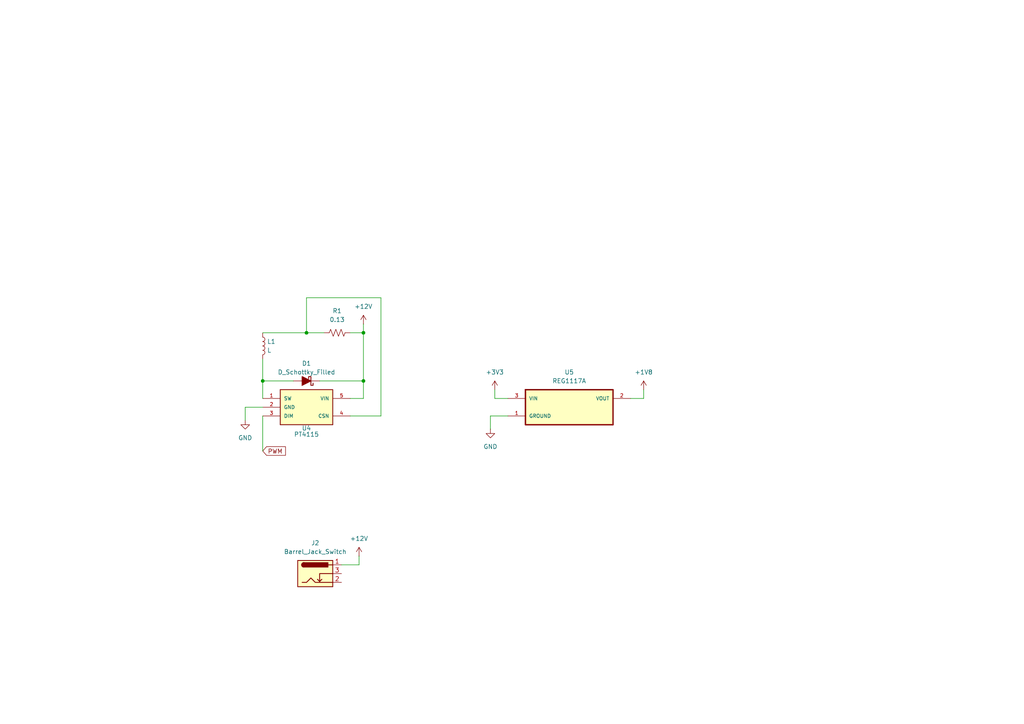
<source format=kicad_sch>
(kicad_sch (version 20250114) (generator "eeschema") (generator_version "9.0")
  (paper "A4")
  (lib_symbols
    (symbol "Connector:Barrel_Jack_Switch" (pin_names (hide yes))
      (property "Reference" "J" (at 0 5.334 0))
      (property "Value" "Barrel_Jack_Switch" (at 0 -5.08 0))
      (symbol "Barrel_Jack_Switch_0_1"
        (rectangle (start -5.08 3.81) (end 5.08 -3.81) (stroke (width 0.254)) (fill (type background)))
        (polyline (pts (xy -3.81 -2.54) (xy -2.54 -2.54) (xy -1.27 -1.27) (xy 0 -2.54) (xy 2.54 -2.54) (xy 5.08 -2.54)) (stroke (width 0.254)))
        (arc (start -3.302 1.905) (mid -3.9343 2.54) (end -3.302 3.175) (stroke (width 0.254)))
        (arc (start -3.302 1.905) (mid -3.9343 2.54) (end -3.302 3.175) (stroke (width 0.254)) (fill (type outline)))
        (polyline (pts (xy 1.27 -2.286) (xy 1.905 -1.651)) (stroke (width 0.254)))
        (rectangle (start 3.683 3.175) (end -3.302 1.905) (stroke (width 0.254)) (fill (type outline)))
        (polyline (pts (xy 5.08 2.54) (xy 3.81 2.54)) (stroke (width 0.254)))
        (polyline (pts (xy 5.08 0) (xy 1.27 0) (xy 1.27 -2.286) (xy 0.635 -1.651)) (stroke (width 0.254)))
      )
      (symbol "Barrel_Jack_Switch_1_1"
        (pin passive line (at 7.62 2.54 180) (length 2.54) (name "~") (number "1"))
        (pin passive line (at 7.62 0 180) (length 2.54) (name "~") (number "3"))
        (pin passive line (at 7.62 -2.54 180) (length 2.54) (name "~") (number "2"))
      )
    )
    (symbol "Device:D_Schottky_Filled" (pin_numbers (hide yes)) (pin_names (offset 1.016) (hide yes))
      (property "Reference" "D" (at 0 2.54 0))
      (property "Value" "D_Schottky_Filled" (at 0 -2.54 0))
      (symbol "D_Schottky_Filled_0_1"
        (polyline (pts (xy -1.905 0.635) (xy -1.905 1.27) (xy -1.27 1.27) (xy -1.27 -1.27) (xy -0.635 -1.27) (xy -0.635 -0.635)) (stroke (width 0.254)))
        (polyline (pts (xy 1.27 1.27) (xy 1.27 -1.27) (xy -1.27 0) (xy 1.27 1.27)) (stroke (width 0.254)) (fill (type outline)))
        (polyline (pts (xy 1.27 0) (xy -1.27 0)))
      )
      (symbol "D_Schottky_Filled_1_1"
        (pin passive line (at -3.81 0 0) (length 2.54) (name "K") (number "1"))
        (pin passive line (at 3.81 0 180) (length 2.54) (name "A") (number "2"))
      )
    )
    (symbol "Device:L" (pin_numbers (hide yes)) (pin_names (offset 1.016) (hide yes))
      (property "Reference" "L" (at -1.27 0 90))
      (property "Value" "L" (at 1.905 0 90))
      (symbol "L_0_1"
        (arc (start 0 2.54) (mid 0.6323 1.905) (end 0 1.27))
        (arc (start 0 1.27) (mid 0.6323 0.635) (end 0 0))
        (arc (start 0 0) (mid 0.6323 -0.635) (end 0 -1.27))
        (arc (start 0 -1.27) (mid 0.6323 -1.905) (end 0 -2.54))
      )
      (symbol "L_1_1"
        (pin passive line (at 0 3.81 270) (length 1.27) (name "1") (number "1"))
        (pin passive line (at 0 -3.81 90) (length 1.27) (name "2") (number "2"))
      )
    )
    (symbol "Device:R_US" (pin_numbers (hide yes)) (pin_names (offset 0))
      (property "Reference" "R" (at 2.54 0 90))
      (property "Value" "R_US" (at -2.54 0 90))
      (symbol "R_US_0_1"
        (polyline (pts (xy 0 2.286) (xy 0 2.54)))
        (polyline (pts (xy 0 2.286) (xy 1.016 1.905) (xy 0 1.524) (xy -1.016 1.143) (xy 0 0.762)))
        (polyline (pts (xy 0 0.762) (xy 1.016 0.381) (xy 0 0) (xy -1.016 -0.381) (xy 0 -0.762)))
        (polyline (pts (xy 0 -0.762) (xy 1.016 -1.143) (xy 0 -1.524) (xy -1.016 -1.905) (xy 0 -2.286)))
        (polyline (pts (xy 0 -2.286) (xy 0 -2.54)))
      )
      (symbol "R_US_1_1"
        (pin passive line (at 0 3.81 270) (length 1.27) (name "~") (number "1"))
        (pin passive line (at 0 -3.81 90) (length 1.27) (name "~") (number "2"))
      )
    )
    (symbol "PT4115:PT4115" (pin_names (offset 1.016))
      (property "Reference" "U" (at 0 0 0))
      (property "Value" "PT4115" (at 0 0 0))
      (symbol "PT4115_0_0"
        (rectangle (start -7.62 -5.08) (end 7.62 5.08) (stroke (width 0.254)) (fill (type background)))
        (pin bidirectional line (at -12.7 2.54 0) (length 5.08) (name "SW") (number "1"))
        (pin bidirectional line (at -12.7 0 0) (length 5.08) (name "GND") (number "2"))
        (pin bidirectional line (at -12.7 -2.54 0) (length 5.08) (name "DIM") (number "3"))
        (pin bidirectional line (at 12.7 2.54 180) (length 5.08) (name "VIN") (number "5"))
        (pin bidirectional line (at 12.7 -2.54 180) (length 5.08) (name "CSN") (number "4"))
      )
    )
    (symbol "REG1117A:REG1117A" (pin_names (offset 1.016))
      (property "Reference" "U" (at -12.7 6.08 0))
      (property "Value" "REG1117A" (at -12.7 -9.08 0))
      (symbol "REG1117A_0_0"
        (rectangle (start -12.7 -5.08) (end 12.7 5.08) (stroke (width 0.41)) (fill (type background)))
        (pin input line (at -17.78 2.54 0) (length 5.08) (name "VIN") (number "3"))
        (pin bidirectional line (at -17.78 -2.54 0) (length 5.08) (name "GROUND") (number "1"))
        (pin output line (at 17.78 2.54 180) (length 5.08) (name "VOUT") (number "2"))
        (pin output line (at 17.78 2.54 180) (length 5.08) (hide yes) (name "VOUT") (number "4"))
      )
    )
    (symbol "power:+12V" (power) (pin_numbers (hide yes)) (pin_names (offset 0) (hide yes))
      (property "Value" "+12V" (at 0 3.556 0))
      (symbol "+12V_0_1"
        (polyline (pts (xy -0.762 1.27) (xy 0 2.54)))
        (polyline (pts (xy 0 2.54) (xy 0.762 1.27)))
        (polyline (pts (xy 0 0) (xy 0 2.54)))
      )
      (symbol "+12V_1_1"
        (pin power_in line (at 0 0 90) (length 0) (name "~") (number "1"))
      )
    )
    (symbol "power:+1V8" (power) (pin_numbers (hide yes)) (pin_names (offset 0) (hide yes))
      (property "Value" "+1V8" (at 0 3.556 0))
      (symbol "+1V8_0_1"
        (polyline (pts (xy -0.762 1.27) (xy 0 2.54)))
        (polyline (pts (xy 0 2.54) (xy 0.762 1.27)))
        (polyline (pts (xy 0 0) (xy 0 2.54)))
      )
      (symbol "+1V8_1_1"
        (pin power_in line (at 0 0 90) (length 0) (name "~") (number "1"))
      )
    )
    (symbol "power:+3V3" (power) (pin_numbers (hide yes)) (pin_names (offset 0) (hide yes))
      (property "Value" "+3V3" (at 0 3.556 0))
      (symbol "+3V3_0_1"
        (polyline (pts (xy -0.762 1.27) (xy 0 2.54)))
        (polyline (pts (xy 0 2.54) (xy 0.762 1.27)))
        (polyline (pts (xy 0 0) (xy 0 2.54)))
      )
      (symbol "+3V3_1_1"
        (pin power_in line (at 0 0 90) (length 0) (name "~") (number "1"))
      )
    )
    (symbol "power:GND" (power) (pin_numbers (hide yes)) (pin_names (offset 0) (hide yes))
      (property "Value" "GND" (at 0 -3.81 0))
      (symbol "GND_0_1"
        (polyline (pts (xy 0 0) (xy 0 -1.27) (xy 1.27 -1.27) (xy 0 -2.54) (xy -1.27 -1.27) (xy 0 -1.27)))
      )
      (symbol "GND_1_1"
        (pin power_in line (at 0 0 270) (length 0) (name "~") (number "1"))
      )
    )
  )
  (junction (at 105.41 110.49))
  (junction (at 88.9 96.52))
  (junction (at 105.41 96.52))
  (junction (at 76.2 110.49))
  (wire (pts (xy 88.9 96.52) (xy 93.98 96.52)))
  (wire (pts (xy 88.9 96.52) (xy 88.9 86.36)))
  (wire (pts (xy 101.6 96.52) (xy 105.41 96.52)))
  (wire (pts (xy 142.24 120.65) (xy 142.24 124.46)))
  (wire (pts (xy 104.14 163.83) (xy 104.14 161.29)))
  (wire (pts (xy 101.6 120.65) (xy 110.49 120.65)))
  (wire (pts (xy 105.41 110.49) (xy 105.41 115.57)))
  (wire (pts (xy 110.49 86.36) (xy 88.9 86.36)))
  (wire (pts (xy 147.32 120.65) (xy 142.24 120.65)))
  (wire (pts (xy 76.2 120.65) (xy 76.2 130.81)))
  (wire (pts (xy 76.2 96.52) (xy 88.9 96.52)))
  (wire (pts (xy 99.06 163.83) (xy 104.14 163.83)))
  (wire (pts (xy 92.71 110.49) (xy 105.41 110.49)))
  (wire (pts (xy 76.2 110.49) (xy 76.2 115.57)))
  (wire (pts (xy 76.2 110.49) (xy 85.09 110.49)))
  (wire (pts (xy 182.88 115.57) (xy 186.69 115.57)))
  (wire (pts (xy 105.41 96.52) (xy 105.41 110.49)))
  (wire (pts (xy 110.49 86.36) (xy 110.49 120.65)))
  (wire (pts (xy 105.41 93.98) (xy 105.41 96.52)))
  (wire (pts (xy 71.12 118.11) (xy 71.12 121.92)))
  (wire (pts (xy 186.69 113.03) (xy 186.69 115.57)))
  (wire (pts (xy 143.51 115.57) (xy 143.51 113.03)))
  (wire (pts (xy 101.6 115.57) (xy 105.41 115.57)))
  (wire (pts (xy 76.2 118.11) (xy 71.12 118.11)))
  (wire (pts (xy 147.32 115.57) (xy 143.51 115.57)))
  (wire (pts (xy 76.2 104.14) (xy 76.2 110.49)))
  (global_label "PWM" (shape input) (at 76.2 130.81 0) (property "Intersheetrefs" "${INTERSHEET_REFS}" (effects (hide yes))))
  (symbol (lib_id "Device:D_Schottky_Filled") (at 88.9 110.49 180) (unit 1)
    (property "Reference" "D1" (at 88.9 105.41 0))
    (property "Value" "D_Schottky_Filled" (at 88.9 107.95 0))
    (property "Description" "Schottky diode, filled shape" (effects (hide yes)))
  )
  (symbol (lib_id "Device:R_US") (at 97.79 96.52 90) (unit 1)
    (property "Reference" "R1" (at 97.79 90.17 90))
    (property "Value" "0.13" (at 97.79 92.71 90))
    (property "Description" "Resistor, US symbol" (effects (hide yes)))
  )
  (symbol (lib_id "REG1117A:REG1117A") (at 165.1 118.11 0) (unit 1)
    (property "Reference" "U5" (at 165.1 107.95 0))
    (property "Value" "REG1117A" (at 165.1 110.49 0))
    (property "Footprint" "REG1117A:SOT230P700X180-4N" (effects (hide yes)))
    (property "MF" "Texas Instruments" (effects (hide yes)))
    (property "Description_1" "1-A, 15-V, linear voltage regulator from -40°C to +125°C" (effects (hide yes)))
    (property "Package" "SOT-223-4 Texas Instruments" (effects (hide yes)))
    (property "Price" "None" (effects (hide yes)))
    (property "SnapEDA_Link" "https://www.snapeda.com/parts/REG1117A/Texas+Instruments/view-part/?ref=snap" (effects (hide yes)))
    (property "MP" "REG1117A" (effects (hide yes)))
    (property "Availability" "In Stock" (effects (hide yes)))
    (property "Check_prices" "https://www.snapeda.com/parts/REG1117A/Texas+Instruments/view-part/?ref=eda" (effects (hide yes)))
  )
  (symbol (lib_id "power:GND") (at 71.12 121.92 0) (unit 1)
    (property "Reference" "#PWR05" (effects (hide yes)))
    (property "Value" "GND" (at 71.12 127 0))
    (property "Description" "Power symbol creates a global label with name \"GND\" , ground" (effects (hide yes)))
  )
  (symbol (lib_id "PT4115:PT4115") (at 88.9 118.11 0) (unit 1)
    (property "Reference" "U4" (at 88.9 124.206 0))
    (property "Value" "PT4115" (at 88.9 125.984 0))
    (property "Footprint" "Package_TO_SOT_SMD:SOT-89-5" (effects (hide yes)))
    (property "MF" "Powtech" (effects (hide yes)))
    (property "Package" "None" (effects (hide yes)))
    (property "Price" "None" (effects (hide yes)))
    (property "SnapEDA_Link" "https://www.snapeda.com/parts/PT4115/P/view-part/?ref=snap" (effects (hide yes)))
    (property "MP" "PT4115" (effects (hide yes)))
    (property "Availability" "In Stock" (effects (hide yes)))
    (property "Check_prices" "https://www.snapeda.com/parts/PT4115/P/view-part/?ref=eda" (effects (hide yes)))
  )
  (symbol (lib_id "power:GND") (at 142.24 124.46 0) (unit 1)
    (property "Reference" "#PWR04" (effects (hide yes)))
    (property "Value" "GND" (at 142.24 129.54 0))
    (property "Description" "Power symbol creates a global label with name \"GND\" , ground" (effects (hide yes)))
  )
  (symbol (lib_id "power:+12V") (at 104.14 161.29 0) (unit 1)
    (property "Reference" "#PWR015" (effects (hide yes)))
    (property "Value" "+12V" (at 104.14 156.21 0))
    (property "Description" "Power symbol creates a global label with name \"+12V\"" (effects (hide yes)))
  )
  (symbol (lib_id "power:+3V3") (at 143.51 113.03 0) (unit 1)
    (property "Reference" "#PWR06" (effects (hide yes)))
    (property "Value" "+3V3" (at 143.51 107.95 0))
    (property "Description" "Power symbol creates a global label with name \"+3V3\"" (effects (hide yes)))
  )
  (symbol (lib_id "power:+12V") (at 105.41 93.98 0) (unit 1)
    (property "Reference" "#PWR08" (effects (hide yes)))
    (property "Value" "+12V" (at 105.41 88.9 0))
    (property "Description" "Power symbol creates a global label with name \"+12V\"" (effects (hide yes)))
  )
  (symbol (lib_id "power:+1V8") (at 186.69 113.03 0) (unit 1)
    (property "Reference" "#PWR07" (effects (hide yes)))
    (property "Value" "+1V8" (at 186.69 107.95 0))
    (property "Description" "Power symbol creates a global label with name \"+1V8\"" (effects (hide yes)))
  )
  (symbol (lib_id "Connector:Barrel_Jack_Switch") (at 91.44 166.37 0) (unit 1)
    (property "Reference" "J2" (at 91.44 157.48 0))
    (property "Value" "Barrel_Jack_Switch" (at 91.44 160.02 0))
    (property "Footprint" "Connector_BarrelJack:BarrelJack_CLIFF_FC681465S_SMT_Horizontal" (effects (hide yes)))
    (property "Description" "DC Barrel Jack with an internal switch" (effects (hide yes)))
  )
  (symbol (lib_id "Device:L") (at 76.2 100.33 0) (unit 1)
    (property "Reference" "L1" (at 77.47 99.0599 0) (effects (justify left)))
    (property "Value" "L" (at 77.47 101.5999 0) (effects (justify left)))
    (property "Description" "Inductor" (effects (hide yes)))
  )
)
</source>
